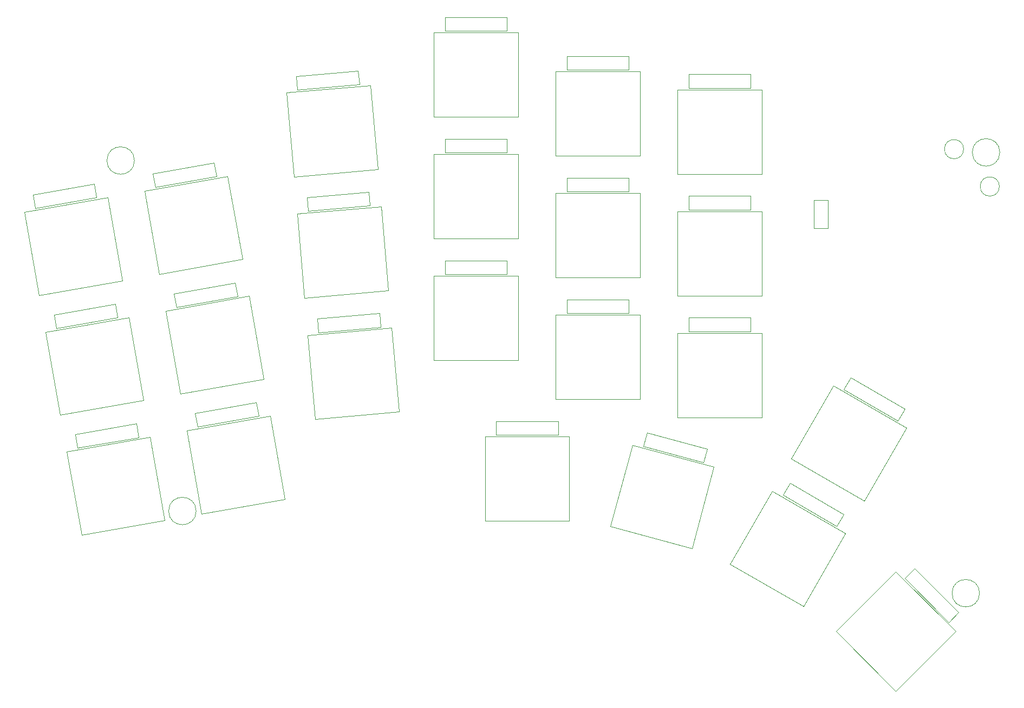
<source format=gbr>
%TF.GenerationSoftware,KiCad,Pcbnew,8.0.6*%
%TF.CreationDate,2025-05-26T15:16:57+09:00*%
%TF.ProjectId,hillside_speedrun,68696c6c-7369-4646-955f-737065656472,rev?*%
%TF.SameCoordinates,Original*%
%TF.FileFunction,Other,User*%
%FSLAX46Y46*%
G04 Gerber Fmt 4.6, Leading zero omitted, Abs format (unit mm)*
G04 Created by KiCad (PCBNEW 8.0.6) date 2025-05-26 15:16:57*
%MOMM*%
%LPD*%
G01*
G04 APERTURE LIST*
%ADD10C,0.050000*%
%ADD11C,0.120000*%
G04 APERTURE END LIST*
D10*
%TO.C,SW21*%
X79916296Y-52891822D02*
X66766526Y-54042278D01*
X65616070Y-40892508D01*
X78765840Y-39742052D01*
X79916296Y-52891822D01*
X77008929Y-39624731D02*
X67335879Y-40471013D01*
X67147622Y-38319232D01*
X76820673Y-37472950D01*
X77008929Y-39624731D01*
%TO.C,SW16*%
X58721479Y-66987747D02*
X45722017Y-69279903D01*
X43429861Y-56280441D01*
X56429323Y-53988285D01*
X58721479Y-66987747D01*
X54668873Y-54024535D02*
X45106389Y-55710658D01*
X44731309Y-53583474D01*
X54293793Y-51897350D01*
X54668873Y-54024535D01*
%TO.C,SW15*%
X39960892Y-70295745D02*
X26961430Y-72587901D01*
X24669274Y-59588439D01*
X37668736Y-57296283D01*
X39960892Y-70295745D01*
X35908286Y-57332533D02*
X26345802Y-59018656D01*
X25970722Y-56891472D01*
X35533206Y-55205348D01*
X35908286Y-57332533D01*
%TO.C,SW23*%
X83236930Y-90846840D02*
X70087160Y-91997296D01*
X68936704Y-78847526D01*
X82086474Y-77697070D01*
X83236930Y-90846840D01*
X80329563Y-77579749D02*
X70656513Y-78426031D01*
X70468256Y-76274250D01*
X80141307Y-75427968D01*
X80329563Y-77579749D01*
%TO.C,SW22*%
X81576613Y-71869331D02*
X68426843Y-73019787D01*
X67276387Y-59870017D01*
X80426157Y-58719561D01*
X81576613Y-71869331D01*
X78669246Y-58602240D02*
X68996196Y-59448522D01*
X68807939Y-57296741D01*
X78480990Y-56450459D01*
X78669246Y-58602240D01*
%TO.C,SW20*%
X65337475Y-104508922D02*
X52338013Y-106801078D01*
X50045857Y-93801616D01*
X63045319Y-91509460D01*
X65337475Y-104508922D01*
X61284869Y-91545710D02*
X51722385Y-93231833D01*
X51347305Y-91104649D01*
X60909789Y-89418525D01*
X61284869Y-91545710D01*
%TO.C,SW19*%
X46576887Y-107816920D02*
X33577425Y-110109076D01*
X31285269Y-97109614D01*
X44284731Y-94817458D01*
X46576887Y-107816920D01*
X42524281Y-94853708D02*
X32961797Y-96539831D01*
X32586717Y-94412647D01*
X42149201Y-92726523D01*
X42524281Y-94853708D01*
%TO.C,SW18*%
X62029477Y-85748335D02*
X49030015Y-88040491D01*
X46737859Y-75041029D01*
X59737321Y-72748873D01*
X62029477Y-85748335D01*
X57976871Y-72785123D02*
X48414387Y-74471246D01*
X48039307Y-72344062D01*
X57601791Y-70657938D01*
X57976871Y-72785123D01*
%TO.C,SW17*%
X43268889Y-89056333D02*
X30269427Y-91348489D01*
X27977271Y-78349027D01*
X40976733Y-76056871D01*
X43268889Y-89056333D01*
X39216283Y-76093121D02*
X29653799Y-77779244D01*
X29278719Y-75652060D01*
X38841203Y-73965936D01*
X39216283Y-76093121D01*
%TO.C,SW14*%
X170238054Y-125226756D02*
X160904244Y-134560566D01*
X151570434Y-125226756D01*
X160904244Y-115892946D01*
X170238054Y-125226756D01*
X170725957Y-122278121D02*
X169198607Y-123805471D01*
X162332600Y-116939465D01*
X163859950Y-115412114D01*
X170725957Y-122278121D01*
%TO.C,SW13*%
X153033768Y-109853717D02*
X146433768Y-121285253D01*
X135002232Y-114685253D01*
X141602232Y-103253717D01*
X153033768Y-109853717D01*
X152741883Y-106879276D02*
X151661883Y-108749890D01*
X143252777Y-103894890D01*
X144332777Y-102024276D01*
X152741883Y-106879276D01*
%TO.C,SW12*%
X162558768Y-93355933D02*
X155958768Y-104787469D01*
X144527232Y-98187469D01*
X151127232Y-86755933D01*
X162558768Y-93355933D01*
X162266883Y-90381492D02*
X161186883Y-92252106D01*
X152777777Y-87397106D01*
X153857777Y-85526492D01*
X162266883Y-90381492D01*
%TO.C,SW11*%
X132436868Y-99457299D02*
X129020457Y-112207520D01*
X116270236Y-108791109D01*
X119686647Y-96040888D01*
X132436868Y-99457299D01*
X131385087Y-96659754D02*
X130826038Y-98746154D01*
X121446899Y-96233021D01*
X122005948Y-94146621D01*
X131385087Y-96659754D01*
%TO.C,SW10*%
X96651000Y-94746000D02*
X109851000Y-94746000D01*
X109851000Y-107946000D01*
X96651000Y-107946000D01*
X96651000Y-94746000D01*
X98401000Y-92316000D02*
X108111000Y-92316000D01*
X108111000Y-94476000D01*
X98401000Y-94476000D01*
X98401000Y-92316000D01*
%TO.C,SW9*%
X126750000Y-78553500D02*
X139950000Y-78553500D01*
X139950000Y-91753500D01*
X126750000Y-91753500D01*
X126750000Y-78553500D01*
X128500000Y-76123500D02*
X138210000Y-76123500D01*
X138210000Y-78283500D01*
X128500000Y-78283500D01*
X128500000Y-76123500D01*
%TO.C,SW8*%
X107700000Y-75696000D02*
X120900000Y-75696000D01*
X120900000Y-88896000D01*
X107700000Y-88896000D01*
X107700000Y-75696000D01*
X109450000Y-73266000D02*
X119160000Y-73266000D01*
X119160000Y-75426000D01*
X109450000Y-75426000D01*
X109450000Y-73266000D01*
%TO.C,SW7*%
X88650000Y-69600000D02*
X101850000Y-69600000D01*
X101850000Y-82800000D01*
X88650000Y-82800000D01*
X88650000Y-69600000D01*
X90400000Y-67170000D02*
X100110000Y-67170000D01*
X100110000Y-69330000D01*
X90400000Y-69330000D01*
X90400000Y-67170000D01*
%TO.C,SW6*%
X126750000Y-59503500D02*
X139950000Y-59503500D01*
X139950000Y-72703500D01*
X126750000Y-72703500D01*
X126750000Y-59503500D01*
X128500000Y-57073500D02*
X138210000Y-57073500D01*
X138210000Y-59233500D01*
X128500000Y-59233500D01*
X128500000Y-57073500D01*
%TO.C,SW5*%
X107700000Y-56646000D02*
X120900000Y-56646000D01*
X120900000Y-69846000D01*
X107700000Y-69846000D01*
X107700000Y-56646000D01*
X109450000Y-54216000D02*
X119160000Y-54216000D01*
X119160000Y-56376000D01*
X109450000Y-56376000D01*
X109450000Y-54216000D01*
%TO.C,SW4*%
X88650000Y-50550000D02*
X101850000Y-50550000D01*
X101850000Y-63750000D01*
X88650000Y-63750000D01*
X88650000Y-50550000D01*
X90400000Y-48120000D02*
X100110000Y-48120000D01*
X100110000Y-50280000D01*
X90400000Y-50280000D01*
X90400000Y-48120000D01*
%TO.C,SW3*%
X126750000Y-40453500D02*
X139950000Y-40453500D01*
X139950000Y-53653500D01*
X126750000Y-53653500D01*
X126750000Y-40453500D01*
X128500000Y-38023500D02*
X138210000Y-38023500D01*
X138210000Y-40183500D01*
X128500000Y-40183500D01*
X128500000Y-38023500D01*
%TO.C,SW2*%
X107700000Y-37596000D02*
X120900000Y-37596000D01*
X120900000Y-50796000D01*
X107700000Y-50796000D01*
X107700000Y-37596000D01*
X109450000Y-35166000D02*
X119160000Y-35166000D01*
X119160000Y-37326000D01*
X109450000Y-37326000D01*
X109450000Y-35166000D01*
%TO.C,SW1*%
X88650000Y-31500000D02*
X101850000Y-31500000D01*
X101850000Y-44700000D01*
X88650000Y-44700000D01*
X88650000Y-31500000D01*
X90400000Y-29070000D02*
X100110000Y-29070000D01*
X100110000Y-31230000D01*
X90400000Y-31230000D01*
X90400000Y-29070000D01*
%TO.C,MSW1*%
D11*
X150268000Y-57705350D02*
X148068000Y-57705350D01*
X148068000Y-62105350D01*
X150268000Y-62105350D01*
X150268000Y-57705350D01*
D10*
%TO.C,J2*%
X177084000Y-55587350D02*
G75*
G02*
X174084000Y-55587350I-1500000J0D01*
G01*
X174084000Y-55587350D02*
G75*
G02*
X177084000Y-55587350I1500000J0D01*
G01*
%TO.C,J1*%
X171496000Y-49745350D02*
G75*
G02*
X168496000Y-49745350I-1500000J0D01*
G01*
X168496000Y-49745350D02*
G75*
G02*
X171496000Y-49745350I1500000J0D01*
G01*
%TO.C,H4*%
X51496000Y-106387350D02*
G75*
G02*
X47196000Y-106387350I-2150000J0D01*
G01*
X47196000Y-106387350D02*
G75*
G02*
X51496000Y-106387350I2150000J0D01*
G01*
%TO.C,H3*%
X41844000Y-51523350D02*
G75*
G02*
X37544000Y-51523350I-2150000J0D01*
G01*
X37544000Y-51523350D02*
G75*
G02*
X41844000Y-51523350I2150000J0D01*
G01*
%TO.C,H2*%
X173981000Y-119253000D02*
G75*
G02*
X169681000Y-119253000I-2150000J0D01*
G01*
X169681000Y-119253000D02*
G75*
G02*
X173981000Y-119253000I2150000J0D01*
G01*
%TO.C,H1*%
X177150866Y-50253350D02*
G75*
G02*
X172850866Y-50253350I-2150000J0D01*
G01*
X172850866Y-50253350D02*
G75*
G02*
X177150866Y-50253350I2150000J0D01*
G01*
%TD*%
M02*

</source>
